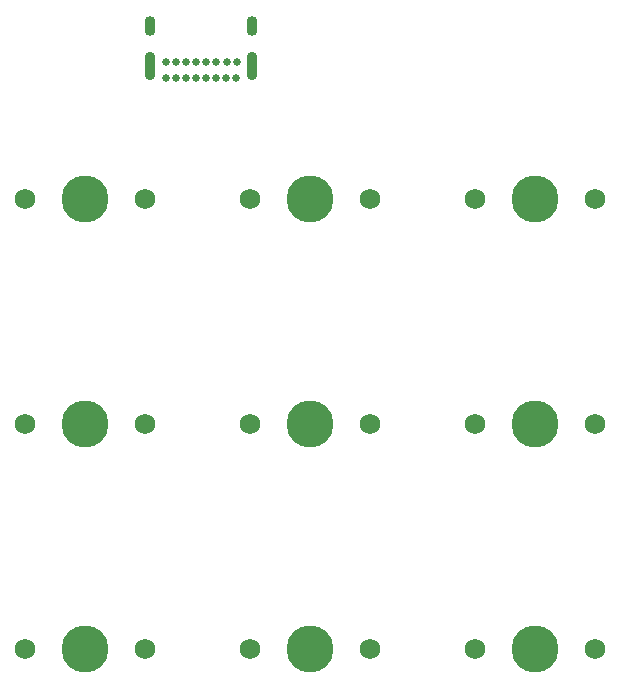
<source format=gts>
%TF.GenerationSoftware,KiCad,Pcbnew,(6.0.10)*%
%TF.CreationDate,2023-01-30T18:20:24-07:00*%
%TF.ProjectId,nepcropad,6e657063-726f-4706-9164-2e6b69636164,rev?*%
%TF.SameCoordinates,Original*%
%TF.FileFunction,Soldermask,Top*%
%TF.FilePolarity,Negative*%
%FSLAX46Y46*%
G04 Gerber Fmt 4.6, Leading zero omitted, Abs format (unit mm)*
G04 Created by KiCad (PCBNEW (6.0.10)) date 2023-01-30 18:20:24*
%MOMM*%
%LPD*%
G01*
G04 APERTURE LIST*
%ADD10C,1.750000*%
%ADD11C,3.987800*%
%ADD12C,0.650000*%
%ADD13O,0.900000X1.700000*%
%ADD14O,0.900000X2.400000*%
G04 APERTURE END LIST*
D10*
%TO.C,MX7*%
X129857500Y-109537500D03*
X140017500Y-109537500D03*
D11*
X134937500Y-109537500D03*
%TD*%
D10*
%TO.C,MX4*%
X140017500Y-90487500D03*
D11*
X134937500Y-90487500D03*
D10*
X129857500Y-90487500D03*
%TD*%
D11*
%TO.C,MX6*%
X173037500Y-90487500D03*
D10*
X167957500Y-90487500D03*
X178117500Y-90487500D03*
%TD*%
D11*
%TO.C,MX8*%
X153987500Y-109537500D03*
D10*
X159067500Y-109537500D03*
X148907500Y-109537500D03*
%TD*%
%TO.C,MX2*%
X148907500Y-71437500D03*
D11*
X153987500Y-71437500D03*
D10*
X159067500Y-71437500D03*
%TD*%
%TO.C,MX3*%
X178117500Y-71437500D03*
D11*
X173037500Y-71437500D03*
D10*
X167957500Y-71437500D03*
%TD*%
%TO.C,MX1*%
X140017500Y-71437500D03*
X129857500Y-71437500D03*
D11*
X134937500Y-71437500D03*
%TD*%
%TO.C,MX9*%
X173037500Y-109537500D03*
D10*
X167957500Y-109537500D03*
X178117500Y-109537500D03*
%TD*%
%TO.C,MX5*%
X148907500Y-90487500D03*
X159067500Y-90487500D03*
D11*
X153987500Y-90487500D03*
%TD*%
D12*
%TO.C,J1*%
X141805000Y-61175000D03*
X142655000Y-61175000D03*
X143505000Y-61175000D03*
X144355000Y-61175000D03*
X145205000Y-61175000D03*
X146055000Y-61175000D03*
X146905000Y-61175000D03*
X147755000Y-61175000D03*
X147760000Y-59850000D03*
X146910000Y-59850000D03*
X146060000Y-59850000D03*
X145210000Y-59850000D03*
X144360000Y-59850000D03*
X143510000Y-59850000D03*
X142660000Y-59850000D03*
X141805000Y-59850000D03*
D13*
X140455000Y-56815000D03*
D14*
X149105000Y-60195000D03*
X140455000Y-60195000D03*
D13*
X149105000Y-56815000D03*
%TD*%
M02*

</source>
